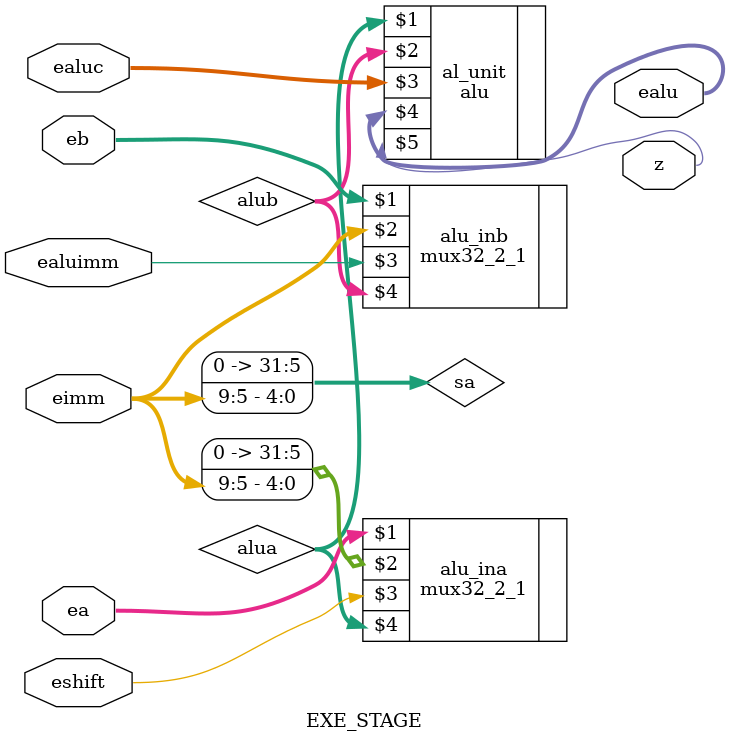
<source format=v>
`timescale 1ns / 1ps
module EXE_STAGE(ealuc,ealuimm,ea,eb,eimm,eshift,ealu,z
    );
	 input [31:0] ea,eb,eimm;		//ea-ÓÉ¼Ä´æÆ÷¶Á³öµÄ²Ù×÷Êýa£»eb-ÓÉ¼Ä´æÆ÷¶Á³öµÄ²Ù×÷Êýa£»eimm-¾­¹ýÀ©Õ¹µÄÁ¢¼´Êý£»
	 input [2:0] ealuc;		//ALU¿ØÖÆÂë
	 input ealuimm,eshift;		//ALUÊäÈë²Ù×÷ÊýµÄ¶àÂ·Ñ¡ÔñÆ÷
	 output [31:0] ealu;		//alu²Ù×÷Êä³ö
	 output z;
	 
	 wire [31:0] alua,alub,sa;

	 assign sa={26'b0,eimm[9:5]};//ÒÆÎ»Î»ÊýµÄÉú³É

	 mux32_2_1 alu_ina (ea,sa,eshift,alua);//Ñ¡ÔñALU a¶ËµÄÊý¾ÝÀ´Ô´
	 mux32_2_1 alu_inb (eb,eimm,ealuimm,alub);//Ñ¡ÔñALU b¶ËµÄÊý¾ÝÀ´Ô´
 	 alu al_unit (alua,alub,ealuc,ealu,z);//ALU
	 
endmodule
</source>
